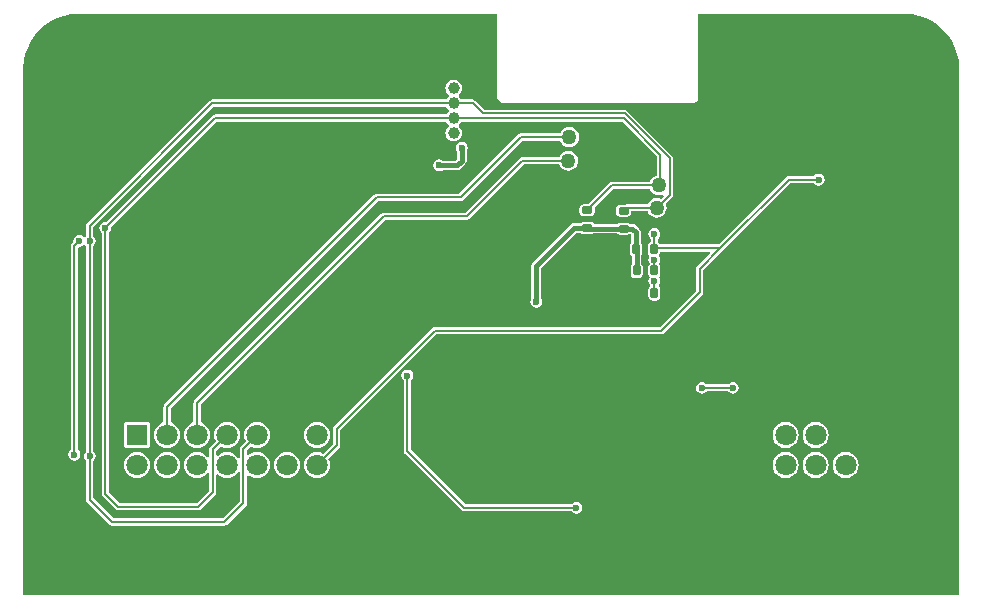
<source format=gbl>
%FSDAX24Y24*%
%MOIN*%
%SFA1B1*%

%IPPOS*%
%AMD10*
4,1,8,0.005900,0.017700,-0.005900,0.017700,-0.011800,0.011800,-0.011800,-0.011800,-0.005900,-0.017700,0.005900,-0.017700,0.011800,-0.011800,0.011800,0.011800,0.005900,0.017700,0.0*
1,1,0.011800,0.005900,0.011800*
1,1,0.011800,-0.005900,0.011800*
1,1,0.011800,-0.005900,-0.011800*
1,1,0.011800,0.005900,-0.011800*
%
%AMD11*
4,1,8,0.017700,-0.005900,0.017700,0.005900,0.011800,0.011800,-0.011800,0.011800,-0.017700,0.005900,-0.017700,-0.005900,-0.011800,-0.011800,0.011800,-0.011800,0.017700,-0.005900,0.0*
1,1,0.011800,0.011800,-0.005900*
1,1,0.011800,0.011800,0.005900*
1,1,0.011800,-0.011800,0.005900*
1,1,0.011800,-0.011800,-0.005900*
%
G04~CAMADD=10~8~0.0~0.0~236.0~354.0~59.0~0.0~15~0.0~0.0~0.0~0.0~0~0.0~0.0~0.0~0.0~0~0.0~0.0~0.0~0.0~236.0~354.0*
%ADD10D10*%
G04~CAMADD=11~8~0.0~0.0~236.0~354.0~59.0~0.0~15~0.0~0.0~0.0~0.0~0~0.0~0.0~0.0~0.0~0~0.0~0.0~0.0~270.0~354.0~236.0*
%ADD11D11*%
%ADD19C,0.007900*%
%ADD20C,0.015700*%
%ADD21C,0.070900*%
%ADD22R,0.070900X0.070900*%
%ADD23C,0.039400*%
%ADD24C,0.023600*%
%ADD25C,0.050000*%
%LNuppsense-1*%
%LPD*%
G36*
X037639Y039205D02*
X037872Y039159D01*
X038098Y039082*
X038311Y038977*
X038509Y038845*
X038688Y038688*
X038845Y038509*
X038977Y038311*
X039082Y038098*
X039159Y037872*
X039205Y037639*
X039217Y037451*
X039219Y037402*
Y037352*
Y019836*
X008025*
Y037402*
X008024Y037408*
X008039Y037639*
X008086Y037872*
X008162Y038098*
X008267Y038311*
X008399Y038509*
X008556Y038688*
X008735Y038845*
X008933Y038977*
X009146Y039082*
X009372Y039159*
X009605Y039205*
X009793Y039217*
X009843Y039219*
X009892*
X023825*
Y036427*
X023837Y036369*
X023869Y036320*
X023879Y036310*
X023928Y036278*
X023986Y036266*
X030374*
X030432Y036278*
X030481Y036310*
X030514Y036359*
X030525Y036417*
Y039219*
X037402*
X037408Y039220*
X037639Y039205*
G37*
%LNuppsense-2*%
%LPC*%
G36*
X035433Y024622D02*
X035320Y024607D01*
X035215Y024563*
X035124Y024494*
X035055Y024403*
X035011Y024298*
X034996Y024185*
X035011Y024072*
X035055Y023967*
X035124Y023876*
X035215Y023807*
X035320Y023763*
X035433Y023748*
X035546Y023763*
X035651Y023807*
X035742Y023876*
X035811Y023967*
X035855Y024072*
X035870Y024185*
X035855Y024298*
X035811Y024403*
X035742Y024494*
X035651Y024563*
X035546Y024607*
X035433Y024622*
G37*
G36*
X034433D02*
X034320Y024607D01*
X034215Y024563*
X034124Y024494*
X034055Y024403*
X034011Y024298*
X033996Y024185*
X034011Y024072*
X034055Y023967*
X034124Y023876*
X034215Y023807*
X034320Y023763*
X034433Y023748*
X034546Y023763*
X034651Y023807*
X034742Y023876*
X034811Y023967*
X034855Y024072*
X034870Y024185*
X034855Y024298*
X034811Y024403*
X034742Y024494*
X034651Y024563*
X034546Y024607*
X034433Y024622*
G37*
G36*
X033433Y025622D02*
X033320Y025607D01*
X033215Y025563*
X033124Y025494*
X033055Y025403*
X033011Y025298*
X032996Y025185*
X033011Y025072*
X033055Y024967*
X033124Y024876*
X033215Y024807*
X033320Y024763*
X033433Y024748*
X033546Y024763*
X033651Y024807*
X033742Y024876*
X033811Y024967*
X033855Y025072*
X033870Y025185*
X033855Y025298*
X033811Y025403*
X033742Y025494*
X033651Y025563*
X033546Y025607*
X033433Y025622*
G37*
G36*
X017811D02*
X017698Y025607D01*
X017593Y025563*
X017502Y025494*
X017433Y025403*
X017389Y025298*
X017374Y025185*
X017389Y025072*
X017433Y024967*
X017502Y024876*
X017593Y024807*
X017698Y024763*
X017811Y024748*
X017924Y024763*
X018029Y024807*
X018120Y024876*
X018189Y024967*
X018233Y025072*
X018248Y025185*
X018233Y025298*
X018189Y025403*
X018120Y025494*
X018029Y025563*
X017924Y025607*
X017811Y025622*
G37*
G36*
X033433Y024622D02*
X033320Y024607D01*
X033215Y024563*
X033124Y024494*
X033055Y024403*
X033011Y024298*
X032996Y024185*
X033011Y024072*
X033055Y023967*
X033124Y023876*
X033215Y023807*
X033320Y023763*
X033433Y023748*
X033546Y023763*
X033651Y023807*
X033742Y023876*
X033811Y023967*
X033855Y024072*
X033870Y024185*
X033855Y024298*
X033811Y024403*
X033742Y024494*
X033651Y024563*
X033546Y024607*
X033433Y024622*
G37*
G36*
X011811D02*
X011698Y024607D01*
X011593Y024563*
X011502Y024494*
X011433Y024403*
X011389Y024298*
X011374Y024185*
X011389Y024072*
X011433Y023967*
X011502Y023876*
X011593Y023807*
X011698Y023763*
X011811Y023748*
X011924Y023763*
X012029Y023807*
X012120Y023876*
X012189Y023967*
X012233Y024072*
X012248Y024185*
X012233Y024298*
X012189Y024403*
X012120Y024494*
X012029Y024563*
X011924Y024607*
X011811Y024622*
G37*
G36*
X020827Y027366D02*
X020750Y027351D01*
X020685Y027307*
X020641Y027242*
X020626Y027165*
X020641Y027089*
X020685Y027023*
X020706Y027009*
Y024646*
X020716Y024600*
X020742Y024561*
X022631Y022671*
X022670Y022645*
X022717Y022635*
X026300*
X026315Y022614*
X026380Y022570*
X026457Y022555*
X026534Y022570*
X026599Y022614*
X026642Y022679*
X026657Y022756*
X026642Y022833*
X026599Y022898*
X026534Y022941*
X026457Y022957*
X026380Y022941*
X026315Y022898*
X026300Y022876*
X022766*
X020947Y024696*
Y027009*
X020969Y027023*
X021012Y027089*
X021027Y027165*
X021012Y027242*
X020969Y027307*
X020904Y027351*
X020827Y027366*
G37*
G36*
X016811Y024622D02*
X016698Y024607D01*
X016593Y024563*
X016502Y024494*
X016433Y024403*
X016389Y024298*
X016374Y024185*
X016389Y024072*
X016433Y023967*
X016502Y023876*
X016593Y023807*
X016698Y023763*
X016811Y023748*
X016924Y023763*
X017029Y023807*
X017120Y023876*
X017189Y023967*
X017233Y024072*
X017248Y024185*
X017233Y024298*
X017189Y024403*
X017120Y024494*
X017029Y024563*
X016924Y024607*
X016811Y024622*
G37*
G36*
X012811D02*
X012698Y024607D01*
X012593Y024563*
X012502Y024494*
X012433Y024403*
X012389Y024298*
X012374Y024185*
X012389Y024072*
X012433Y023967*
X012502Y023876*
X012593Y023807*
X012698Y023763*
X012811Y023748*
X012924Y023763*
X013029Y023807*
X013120Y023876*
X013189Y023967*
X013233Y024072*
X013248Y024185*
X013233Y024298*
X013189Y024403*
X013120Y024494*
X013029Y024563*
X012924Y024607*
X012811Y024622*
G37*
G36*
X034433Y025622D02*
X034320Y025607D01*
X034215Y025563*
X034124Y025494*
X034055Y025403*
X034011Y025298*
X033996Y025185*
X034011Y025072*
X034055Y024967*
X034124Y024876*
X034215Y024807*
X034320Y024763*
X034433Y024748*
X034546Y024763*
X034651Y024807*
X034742Y024876*
X034811Y024967*
X034855Y025072*
X034870Y025185*
X034855Y025298*
X034811Y025403*
X034742Y025494*
X034651Y025563*
X034546Y025607*
X034433Y025622*
G37*
G36*
X026181Y034662D02*
X026095Y034651D01*
X026015Y034618*
X025947Y034565*
X025894Y034497*
X025875Y034451*
X024646*
X024600Y034442*
X024561Y034416*
X022745Y032601*
X020039*
X019993Y032592*
X019954Y032565*
X013726Y026337*
X013700Y026298*
X013691Y026252*
Y025604*
X013593Y025563*
X013502Y025494*
X013433Y025403*
X013389Y025298*
X013374Y025185*
X013389Y025072*
X013433Y024967*
X013502Y024876*
X013593Y024807*
X013698Y024763*
X013811Y024748*
X013924Y024763*
X014029Y024807*
X014120Y024876*
X014189Y024967*
X014233Y025072*
X014248Y025185*
X014233Y025298*
X014189Y025403*
X014120Y025494*
X014029Y025563*
X013931Y025604*
Y026202*
X020089Y032360*
X022795*
X022841Y032369*
X022880Y032395*
X024696Y034210*
X025875*
X025894Y034165*
X025947Y034096*
X026015Y034044*
X026095Y034010*
X026181Y033999*
X026267Y034010*
X026347Y034044*
X026416Y034096*
X026468Y034165*
X026501Y034245*
X026513Y034331*
X026501Y034417*
X026468Y034497*
X026416Y034565*
X026347Y034618*
X026267Y034651*
X026181Y034662*
G37*
G36*
X034528Y033901D02*
X034451Y033886D01*
X034386Y033843*
X034371Y033821*
X033543*
X033497Y033812*
X033458Y033786*
X031210Y031538*
X029227*
X029224Y031550*
X029194Y031595*
X029176Y031608*
Y031733*
X029197Y031748*
X029241Y031813*
X029256Y031890*
X029241Y031967*
X029227Y031987*
X029225Y031995*
X029199Y032034*
X029160Y032060*
X029152Y032062*
X029132Y032075*
X029055Y032090*
X028978Y032075*
X028913Y032032*
X028870Y031967*
X028854Y031890*
X028870Y031813*
X028913Y031748*
X028935Y031733*
Y031628*
X028923Y031626*
X028877Y031595*
X028847Y031550*
X028836Y031496*
Y031260*
X028847Y031206*
X028877Y031161*
X028885Y031123*
X028870Y031100*
X028854Y031024*
X028870Y030947*
X028900Y030902*
X028897Y030887*
X028866Y030841*
X028856Y030787*
Y030551*
X028866Y030497*
X028897Y030452*
X028900Y030437*
X028870Y030392*
X028854Y030315*
X028870Y030238*
X028896Y030199*
X028897Y030139*
X028866Y030093*
X028856Y030039*
Y029803*
X028866Y029749*
X028897Y029704*
X028942Y029673*
X028996Y029663*
X029114*
X029168Y029673*
X029214Y029704*
X029244Y029749*
X029255Y029803*
Y030039*
X029244Y030093*
X029214Y030139*
Y030199*
X029241Y030238*
X029256Y030315*
X029241Y030392*
X029211Y030437*
X029214Y030452*
X029244Y030497*
X029255Y030551*
Y030787*
X029244Y030841*
X029214Y030887*
X029211Y030902*
X029241Y030947*
X029256Y031024*
X029241Y031100*
X029197Y031165*
X029224Y031206*
X029235Y031260*
Y031297*
X030904*
X030923Y031251*
X030486Y030814*
X030460Y030774*
X030450Y030728*
Y029991*
X029241Y028782*
X021732*
X021686Y028773*
X021647Y028747*
X018379Y025479*
X018353Y025440*
X018344Y025394*
Y024888*
X018022Y024566*
X017924Y024607*
X017811Y024622*
X017698Y024607*
X017593Y024563*
X017502Y024494*
X017433Y024403*
X017389Y024298*
X017374Y024185*
X017389Y024072*
X017433Y023967*
X017502Y023876*
X017593Y023807*
X017698Y023763*
X017811Y023748*
X017924Y023763*
X018029Y023807*
X018120Y023876*
X018189Y023967*
X018233Y024072*
X018248Y024185*
X018233Y024298*
X018192Y024396*
X018550Y024753*
X018576Y024792*
X018585Y024839*
Y025344*
X021782Y028541*
X029291*
X029337Y028550*
X029376Y028576*
X030656Y029856*
X030682Y029895*
X030691Y029941*
Y030678*
X031345Y031332*
X033593Y033580*
X034371*
X034386Y033559*
X034451Y033515*
X034528Y033500*
X034604Y033515*
X034669Y033559*
X034713Y033624*
X034728Y033701*
X034713Y033778*
X034669Y033843*
X034604Y033886*
X034528Y033901*
G37*
G36*
X026220Y035450D02*
X026135Y035438D01*
X026055Y035405*
X025986Y035353*
X025933Y035284*
X025915Y035239*
X024606*
X024560Y035229*
X024521Y035203*
X022549Y033231*
X019803*
X019757Y033221*
X019718Y033195*
X012726Y026203*
X012700Y026164*
X012691Y026118*
Y025604*
X012593Y025563*
X012502Y025494*
X012433Y025403*
X012389Y025298*
X012374Y025185*
X012389Y025072*
X012433Y024967*
X012502Y024876*
X012593Y024807*
X012698Y024763*
X012811Y024748*
X012924Y024763*
X013029Y024807*
X013120Y024876*
X013189Y024967*
X013233Y025072*
X013248Y025185*
X013233Y025298*
X013189Y025403*
X013120Y025494*
X013029Y025563*
X012931Y025604*
Y026068*
X019853Y032990*
X022598*
X022645Y032999*
X022684Y033025*
X024656Y034998*
X025915*
X025933Y034952*
X025986Y034884*
X026055Y034831*
X026135Y034798*
X026220Y034787*
X026306Y034798*
X026386Y034831*
X026455Y034884*
X026508Y034952*
X026541Y035032*
X026552Y035118*
X026541Y035204*
X026508Y035284*
X026455Y035353*
X026386Y035405*
X026306Y035438*
X026220Y035450*
G37*
G36*
X022638Y034964D02*
X022561Y034949D01*
X022496Y034906*
X022452Y034841*
X022437Y034764*
X022452Y034687*
X022477Y034650*
Y034397*
X022414Y034334*
X022004*
X021967Y034359*
X021890Y034374*
X021813Y034359*
X021748Y034315*
X021704Y034250*
X021689Y034173*
X021704Y034096*
X021748Y034031*
X021813Y033988*
X021890Y033973*
X021967Y033988*
X022004Y034013*
X022480*
X022542Y034025*
X022594Y034060*
X022751Y034217*
X022786Y034269*
X022798Y034331*
Y034650*
X022823Y034687*
X022838Y034764*
X022823Y034841*
X022780Y034906*
X022715Y034949*
X022638Y034964*
G37*
G36*
X031673Y026957D02*
X031596Y026941D01*
X031531Y026898*
X031517Y026876*
X030802*
X030788Y026898*
X030723Y026941*
X030646Y026957*
X030569Y026941*
X030504Y026898*
X030460Y026833*
X030445Y026756*
X030460Y026679*
X030504Y026614*
X030569Y026570*
X030646Y026555*
X030723Y026570*
X030788Y026614*
X030802Y026635*
X031517*
X031531Y026614*
X031596Y026570*
X031673Y026555*
X031750Y026570*
X031815Y026614*
X031858Y026679*
X031874Y026756*
X031858Y026833*
X031815Y026898*
X031750Y026941*
X031673Y026957*
G37*
G36*
X012165Y025620D02*
X011457D01*
X011426Y025614*
X011400Y025596*
X011383Y025570*
X011376Y025539*
Y024831*
X011383Y024800*
X011400Y024774*
X011426Y024757*
X011457Y024750*
X012165*
X012196Y024757*
X012222Y024774*
X012240Y024800*
X012246Y024831*
Y025539*
X012240Y025570*
X012222Y025596*
X012196Y025614*
X012165Y025620*
G37*
G36*
X022362Y037026D02*
X022290Y037017D01*
X022223Y036989*
X022166Y036945*
X022121Y036887*
X022094Y036820*
X022084Y036748*
X022094Y036676*
X022121Y036609*
X022166Y036551*
X022195Y036529*
Y036467*
X022166Y036445*
X022121Y036387*
X022114Y036368*
X014319*
X014273Y036359*
X014234Y036333*
X010151Y032251*
X010125Y032211*
X010116Y032165*
Y031810*
X010094Y031795*
X010089Y031788*
X010039*
X010034Y031795*
X009969Y031839*
X009893Y031854*
X009816Y031839*
X009751Y031795*
X009707Y031730*
X009692Y031654*
X009697Y031628*
X009639Y031571*
X009613Y031532*
X009604Y031485*
Y024684*
X009582Y024669*
X009539Y024604*
X009524Y024528*
X009539Y024451*
X009582Y024386*
X009648Y024342*
X009724Y024327*
X009801Y024342*
X009866Y024386*
X009910Y024451*
X009925Y024528*
X009910Y024604*
X009866Y024669*
X009845Y024684*
Y031417*
X009887Y031454*
X009893Y031453*
X009969Y031468*
X010034Y031512*
X010085Y031510*
X010116Y031480*
Y024644*
X010094Y024630*
X010051Y024565*
X010036Y024488*
X010051Y024411*
X010094Y024346*
X010116Y024332*
Y023031*
X010125Y022985*
X010151Y022946*
X010899Y022198*
X010938Y022172*
X010984Y022163*
X014724*
X014770Y022172*
X014810Y022198*
X015439Y022828*
X015466Y022867*
X015475Y022913*
Y023834*
X015525Y023859*
X015593Y023807*
X015698Y023763*
X015811Y023748*
X015924Y023763*
X016029Y023807*
X016120Y023876*
X016189Y023967*
X016233Y024072*
X016248Y024185*
X016233Y024298*
X016189Y024403*
X016120Y024494*
X016029Y024563*
X015924Y024607*
X015811Y024622*
X015698Y024607*
X015593Y024563*
X015525Y024511*
X015475Y024536*
Y024678*
X015600Y024804*
X015698Y024763*
X015811Y024748*
X015924Y024763*
X016029Y024807*
X016120Y024876*
X016189Y024967*
X016233Y025072*
X016248Y025185*
X016233Y025298*
X016189Y025403*
X016120Y025494*
X016029Y025563*
X015924Y025607*
X015811Y025622*
X015698Y025607*
X015593Y025563*
X015502Y025494*
X015433Y025403*
X015389Y025298*
X015374Y025185*
X015389Y025072*
X015430Y024974*
X015269Y024813*
X015243Y024774*
X015234Y024728*
Y024424*
X015210Y024413*
X015184Y024410*
X015120Y024494*
X015029Y024563*
X014924Y024607*
X014811Y024622*
X014698Y024607*
X014593Y024563*
X014502Y024494*
X014498Y024489*
X014451Y024505*
Y024655*
X014600Y024804*
X014698Y024763*
X014811Y024748*
X014924Y024763*
X015029Y024807*
X015120Y024876*
X015189Y024967*
X015233Y025072*
X015248Y025185*
X015233Y025298*
X015189Y025403*
X015120Y025494*
X015029Y025563*
X014924Y025607*
X014811Y025622*
X014698Y025607*
X014593Y025563*
X014502Y025494*
X014433Y025403*
X014389Y025298*
X014374Y025185*
X014389Y025072*
X014430Y024974*
X014246Y024790*
X014219Y024751*
X014210Y024705*
Y024458*
X014160Y024441*
X014120Y024494*
X014029Y024563*
X013924Y024607*
X013811Y024622*
X013698Y024607*
X013593Y024563*
X013502Y024494*
X013433Y024403*
X013389Y024298*
X013374Y024185*
X013389Y024072*
X013433Y023967*
X013502Y023876*
X013593Y023807*
X013698Y023763*
X013811Y023748*
X013924Y023763*
X014029Y023807*
X014120Y023876*
X014160Y023929*
X014210Y023912*
Y023318*
X013808Y022916*
X011231*
X010868Y023278*
Y031930*
X010890Y031945*
X010933Y032010*
X010949Y032087*
X010944Y032112*
X014459Y035628*
X022114*
X022121Y035609*
X022166Y035551*
X022195Y035529*
Y035467*
X022166Y035445*
X022121Y035387*
X022094Y035320*
X022084Y035248*
X022094Y035176*
X022121Y035109*
X022166Y035051*
X022223Y035007*
X022290Y034980*
X022362Y034970*
X022434Y034980*
X022501Y035007*
X022559Y035051*
X022603Y035109*
X022631Y035176*
X022640Y035248*
X022631Y035320*
X022603Y035387*
X022559Y035445*
X022529Y035467*
Y035529*
X022559Y035551*
X022603Y035609*
X022611Y035628*
X027982*
X029132Y034478*
Y033825*
X029127Y033824*
X029047Y033791*
X028978Y033738*
X028925Y033670*
X028907Y033624*
X027638*
X027592Y033615*
X027553Y033589*
X026840Y032877*
X026693*
X026639Y032866*
X026594Y032836*
X026563Y032790*
X026552Y032736*
Y032618*
X026563Y032564*
X026594Y032519*
X026639Y032488*
X026693Y032478*
X026929*
X026983Y032488*
X027028Y032519*
X027059Y032564*
X027070Y032618*
Y032736*
X027065Y032761*
X027688Y033384*
X028907*
X028925Y033338*
X028978Y033269*
X029047Y033217*
X029127Y033184*
X029213Y033172*
X029298Y033184*
X029336Y033199*
X029365Y033157*
X029265Y033057*
X029220Y033076*
X029134Y033087*
X029048Y033076*
X028968Y033043*
X028899Y032990*
X028847Y032922*
X028828Y032876*
X028130*
X028084Y032867*
X028069Y032857*
X027913*
X027860Y032846*
X027814Y032816*
X027784Y032770*
X027773Y032717*
Y032598*
X027784Y032545*
X027814Y032499*
X027860Y032469*
X027913Y032458*
X028150*
X028203Y032469*
X028249Y032499*
X028279Y032545*
X028290Y032598*
Y032635*
X028828*
X028847Y032590*
X028899Y032521*
X028968Y032469*
X029048Y032436*
X029134Y032424*
X029220Y032436*
X029300Y032469*
X029368Y032521*
X029421Y032590*
X029454Y032670*
X029465Y032756*
X029454Y032842*
X029435Y032887*
X029652Y033104*
X029678Y033143*
X029687Y033189*
X029681Y033219*
Y034413*
X029672Y034459*
X029646Y034499*
X028154Y035991*
X028115Y036017*
X028069Y036026*
X023396*
X023089Y036333*
X023050Y036359*
X023004Y036368*
X022611*
X022603Y036387*
X022559Y036445*
X022529Y036467*
Y036529*
X022559Y036551*
X022603Y036609*
X022631Y036676*
X022640Y036748*
X022631Y036820*
X022603Y036887*
X022559Y036945*
X022501Y036989*
X022434Y037017*
X022362Y037026*
G37*
G36*
X026929Y032286D02*
X026693D01*
X026639Y032275*
X026597Y032247*
X026378*
X026317Y032235*
X026264Y032200*
X025005Y030940*
X024970Y030888*
X024958Y030827*
Y029737*
X024933Y029700*
X024917Y029623*
X024933Y029546*
X024976Y029481*
X025041Y029438*
X025118Y029423*
X025195Y029438*
X025260Y029481*
X025304Y029546*
X025319Y029623*
X025304Y029700*
X025279Y029737*
Y030760*
X026444Y031926*
X026597*
X026639Y031898*
X026693Y031887*
X026929*
X026983Y031898*
X026996Y031906*
X027817*
X027860Y031878*
X027913Y031867*
X028150*
X028203Y031878*
X028244Y031905*
X028284Y031881*
Y031592*
X028256Y031550*
X028245Y031496*
Y031260*
X028256Y031206*
X028286Y031161*
X028304Y031149*
Y030884*
X028276Y030841*
X028265Y030787*
Y030551*
X028276Y030497*
X028306Y030452*
X028352Y030421*
X028406Y030411*
X028524*
X028577Y030421*
X028623Y030452*
X028653Y030497*
X028664Y030551*
Y030787*
X028653Y030841*
X028625Y030884*
Y031193*
X028634Y031206*
X028644Y031260*
Y031496*
X028634Y031550*
X028605Y031592*
Y031949*
X028593Y032010*
X028558Y032062*
X028440Y032180*
X028388Y032215*
X028327Y032227*
X028246*
X028203Y032256*
X028150Y032266*
X027913*
X027860Y032256*
X027817Y032227*
X027040*
X027028Y032245*
X026983Y032275*
X026929Y032286*
G37*
%LNuppsense-3*%
%LPD*%
G36*
X022121Y036109D02*
X022166Y036051D01*
X022195Y036029*
Y035967*
X022166Y035945*
X022121Y035887*
X022114Y035868*
X014409*
X014363Y035859*
X014324Y035833*
X010773Y032282*
X010748Y032287*
X010671Y032272*
X010606Y032229*
X010563Y032163*
X010547Y032087*
X010563Y032010*
X010606Y031945*
X010628Y031930*
Y023228*
X010637Y023182*
X010663Y023143*
X011096Y022710*
X011135Y022684*
X011181Y022675*
X013858*
X013904Y022684*
X013943Y022710*
X014416Y023183*
X014442Y023222*
X014451Y023268*
Y023865*
X014498Y023881*
X014502Y023876*
X014593Y023807*
X014698Y023763*
X014811Y023748*
X014924Y023763*
X015029Y023807*
X015120Y023876*
X015184Y023960*
X015210Y023957*
X015234Y023946*
Y022963*
X014675Y022404*
X011034*
X010357Y023081*
Y024332*
X010378Y024346*
X010422Y024411*
X010437Y024488*
X010422Y024565*
X010378Y024630*
X010357Y024644*
Y031497*
X010378Y031512*
X010422Y031577*
X010437Y031654*
X010422Y031730*
X010378Y031795*
X010357Y031810*
Y032115*
X014369Y036128*
X022114*
X022121Y036109*
G37*
G54D10*
X029055Y029921D03*
X028465D03*
X029055Y030669D03*
X028465D03*
X029035Y031378D03*
X028445D03*
G54D11*
X026811Y032677D03*
Y032087D03*
X028031Y032657D03*
Y032067D03*
G54D19*
X020827Y024646D02*
Y027165D01*
Y024646D02*
X022717Y022756D01*
X026457*
X028031Y035748D02*
X029252Y034528D01*
Y033543D02*
Y034528D01*
X028130Y032756D02*
X029134D01*
X028031Y032657D02*
X028130Y032756D01*
X026811Y032677D02*
X027638Y033504D01*
X029134Y032756D02*
X029567Y033189D01*
X029213Y033504D02*
X029252Y033543D01*
X027638Y033504D02*
X029213D01*
X029561Y033195D02*
Y034413D01*
Y033195D02*
X029567Y033189D01*
X029114Y031417D02*
X031260D01*
X030571Y030728D02*
X031260Y031417D01*
X021732Y028661D02*
X029291D01*
X030571Y029941*
Y030728*
X029055Y029921D02*
Y030315D01*
Y030669D02*
Y031024D01*
Y031890D02*
X029114Y031949D01*
X029055Y031398D02*
Y031890D01*
X029035Y031378D02*
X029055Y031398D01*
X033543Y033701D02*
X034528D01*
X031260Y031417D02*
X033543Y033701D01*
X028069Y035906D02*
X029561Y034413D01*
X018465Y025394D02*
X021732Y028661D01*
X022362Y035748D02*
X028031D01*
X022362Y036248D02*
X023004D01*
X023346Y035906*
X028069*
X030646Y026756D02*
X031673D01*
X017811Y024185D02*
X018465Y024839D01*
Y025394*
X014319Y036248D02*
X022362D01*
X014409Y035748D02*
X022362D01*
X010748Y032087D02*
X014409Y035748D01*
X009724Y024528D02*
Y031485D01*
X009893Y031654*
X015354Y024728D02*
X015811Y025185D01*
X015354Y022913D02*
Y024728D01*
X014724Y022283D02*
X015354Y022913D01*
X010984Y022283D02*
X014724D01*
X010236Y023031D02*
X010984Y022283D01*
X010236Y023031D02*
Y024488D01*
X014331Y024705D02*
X014811Y025185D01*
X014331Y023268D02*
Y024705D01*
X013858Y022795D02*
X014331Y023268D01*
X011181Y022795D02*
X013858D01*
X010748Y023228D02*
X011181Y022795D01*
X010748Y023228D02*
Y032087D01*
X024606Y035118D02*
X026220D01*
X022598Y033110D02*
X024606Y035118D01*
X012811Y025185D02*
Y026118D01*
X019803Y033110*
X022598*
X013811Y025185D02*
Y026252D01*
X020039Y032480*
X022795*
X024646Y034331*
X026181*
X010236Y032165D02*
X014319Y036248D01*
X010236Y024488D02*
Y031654D01*
Y032165*
G54D20*
X026831Y032067D02*
X028031D01*
X026811Y032087D02*
X026831Y032067D01*
X026378Y032087D02*
X026811D01*
X025118Y029623D02*
Y030827D01*
X026378Y032087*
X028031Y032067D02*
X028327D01*
X028445Y031949*
Y031378D02*
Y031949D01*
X028465Y030669D02*
Y031358D01*
X028445Y031378D02*
X028465Y031358D01*
X021890Y034173D02*
X022480D01*
X022638Y034331*
Y034764*
G54D21*
X033433Y024185D03*
Y025185D03*
X034433Y024185D03*
Y025185D03*
X035433Y024185D03*
X017811Y025185D03*
Y024185D03*
X016811Y025185D03*
Y024185D03*
X011811D03*
X012811Y025185D03*
Y024185D03*
X013811Y025185D03*
Y024185D03*
X014811D03*
Y025185D03*
X015811Y024185D03*
Y025185D03*
G54D22*
X035433Y025185D03*
X011811D03*
G54D23*
X022362Y035248D03*
Y035748D03*
Y036248D03*
Y036748D03*
Y037248D03*
G54D24*
X020827Y027165D03*
X026457Y022756D03*
X025118Y029623D03*
X021890Y034173D03*
X034528Y033701D03*
X029055Y031024D03*
Y030315D03*
Y031890D03*
X022638Y034764D03*
X030646Y026756D03*
X031673D03*
X009724Y024528D03*
X010236Y024488D03*
X010748Y032087D03*
X009893Y031654D03*
X009843Y033465D03*
X010827Y035433D03*
X011811Y021654D03*
X012795Y023622D03*
Y027559D03*
X011811Y029528D03*
X012795Y031496D03*
Y035433D03*
X011811Y037402D03*
X013780Y021654D03*
X014764Y023622D03*
X013780Y029528D03*
X014764Y031496D03*
Y035433D03*
X013780Y037402D03*
X015748Y021654D03*
Y029528D03*
X016732Y031496D03*
Y035433D03*
X015748Y037402D03*
X017717Y021654D03*
X018701Y023622D03*
Y027559D03*
X017717Y033465D03*
Y037402D03*
X019685Y021654D03*
X020669Y023622D03*
X019685Y025591D03*
Y033465D03*
Y037402D03*
X021654Y021654D03*
X022638Y023622D03*
X021654Y025591D03*
X022638Y027559D03*
X021654Y029528D03*
X022638Y031496D03*
X021654Y037402D03*
X023622Y021654D03*
X024606Y023622D03*
X023622Y025591D03*
X024606Y027559D03*
X023622Y037402D03*
X025591Y021654D03*
Y025591D03*
X026575Y027559D03*
X025591Y029528D03*
X026575Y035433D03*
X027559Y021654D03*
X028543Y023622D03*
Y027559D03*
X027559Y029528D03*
X029528Y021654D03*
X030512Y023622D03*
X029528Y025591D03*
X030512Y027559D03*
X029528Y029528D03*
X032480Y023622D03*
Y031496D03*
X031496Y033465D03*
X032480Y035433D03*
X031496Y037402D03*
X033465Y029528D03*
X034449Y031496D03*
X033465Y037402D03*
X035433Y021654D03*
X036417Y023622D03*
Y027559D03*
X035433Y029528D03*
X036417Y031496D03*
X035433Y033465D03*
X036417Y035433D03*
X035433Y037402D03*
X037402Y021654D03*
X038386Y023622D03*
X037402Y025591D03*
X038386Y027559D03*
X037402Y029528D03*
X038386Y031496D03*
X037402Y033465D03*
X038386Y035433D03*
X037402Y037402D03*
X010236Y031654D03*
G54D25*
X029134Y032756D03*
X026181Y034331D03*
X026220Y035118D03*
X029213Y033504D03*
M02*
</source>
